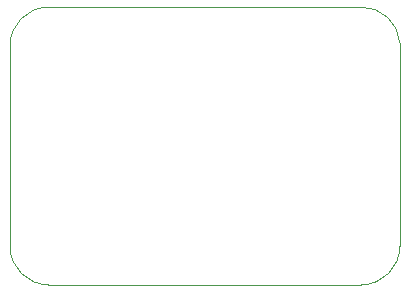
<source format=gbr>
%TF.GenerationSoftware,KiCad,Pcbnew,5.1.12-84ad8e8a86~92~ubuntu20.04.1*%
%TF.CreationDate,2023-07-09T19:05:36+02:00*%
%TF.ProjectId,tp5000_charger,74703530-3030-45f6-9368-61726765722e,rev?*%
%TF.SameCoordinates,Original*%
%TF.FileFunction,Profile,NP*%
%FSLAX46Y46*%
G04 Gerber Fmt 4.6, Leading zero omitted, Abs format (unit mm)*
G04 Created by KiCad (PCBNEW 5.1.12-84ad8e8a86~92~ubuntu20.04.1) date 2023-07-09 19:05:36*
%MOMM*%
%LPD*%
G01*
G04 APERTURE LIST*
%TA.AperFunction,Profile*%
%ADD10C,0.050000*%
%TD*%
G04 APERTURE END LIST*
D10*
X83000000Y-112500000D02*
X83000000Y-129500000D01*
X86250000Y-109250000D02*
X112750001Y-109240400D01*
X116000000Y-129500000D02*
X115999999Y-112250001D01*
X86250000Y-132750000D02*
X112750000Y-132750000D01*
X112750001Y-109240400D02*
G75*
G02*
X115999999Y-112250001I-1J-3259600D01*
G01*
X116000000Y-129500000D02*
G75*
G02*
X112750000Y-132750000I-3250000J0D01*
G01*
X83000000Y-112500000D02*
G75*
G02*
X86250000Y-109250000I3250000J0D01*
G01*
X86250000Y-132750000D02*
G75*
G02*
X83000000Y-129500000I0J3250000D01*
G01*
M02*

</source>
